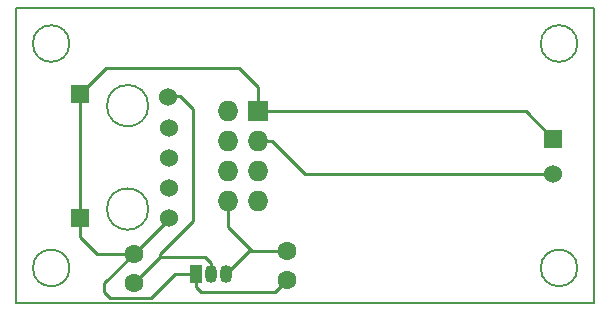
<source format=gbr>
%TF.GenerationSoftware,KiCad,Pcbnew,6.0.11-2627ca5db0~126~ubuntu20.04.1*%
%TF.CreationDate,2024-02-27T12:59:36-06:00*%
%TF.ProjectId,WaterFlowCounter,57617465-7246-46c6-9f77-436f756e7465,rev?*%
%TF.SameCoordinates,Original*%
%TF.FileFunction,Copper,L2,Bot*%
%TF.FilePolarity,Positive*%
%FSLAX46Y46*%
G04 Gerber Fmt 4.6, Leading zero omitted, Abs format (unit mm)*
G04 Created by KiCad (PCBNEW 6.0.11-2627ca5db0~126~ubuntu20.04.1) date 2024-02-27 12:59:36*
%MOMM*%
%LPD*%
G01*
G04 APERTURE LIST*
%TA.AperFunction,Profile*%
%ADD10C,0.200000*%
%TD*%
%TA.AperFunction,ComponentPad*%
%ADD11C,1.600000*%
%TD*%
%TA.AperFunction,ComponentPad*%
%ADD12R,1.727200X1.727200*%
%TD*%
%TA.AperFunction,ComponentPad*%
%ADD13O,1.727200X1.727200*%
%TD*%
%TA.AperFunction,ComponentPad*%
%ADD14R,1.524000X1.524000*%
%TD*%
%TA.AperFunction,ComponentPad*%
%ADD15C,1.524000*%
%TD*%
%TA.AperFunction,ComponentPad*%
%ADD16R,1.050000X1.500000*%
%TD*%
%TA.AperFunction,ComponentPad*%
%ADD17O,1.050000X1.500000*%
%TD*%
%TA.AperFunction,Conductor*%
%ADD18C,0.250000*%
%TD*%
G04 APERTURE END LIST*
D10*
X172550000Y-103000000D02*
G75*
G03*
X172550000Y-103000000I-1550000J0D01*
G01*
X125000000Y-100000000D02*
X174000000Y-100000000D01*
X174000000Y-100000000D02*
X174000000Y-125000000D01*
X174000000Y-125000000D02*
X125000000Y-125000000D01*
X125000000Y-125000000D02*
X125000000Y-100000000D01*
X129550000Y-122000000D02*
G75*
G03*
X129550000Y-122000000I-1550000J0D01*
G01*
X172550000Y-122000000D02*
G75*
G03*
X172550000Y-122000000I-1550000J0D01*
G01*
X129550000Y-103000000D02*
G75*
G03*
X129550000Y-103000000I-1550000J0D01*
G01*
%TO.C,J1*%
X136222600Y-117011600D02*
G75*
G03*
X136222600Y-117011600I-1750000J0D01*
G01*
X136222600Y-108261600D02*
G75*
G03*
X136222600Y-108261600I-1750000J0D01*
G01*
%TD*%
D11*
%TO.P,C2,1*%
%TO.N,Net-(U1-Pad8)*%
X147992400Y-120547600D03*
%TO.P,C2,2*%
%TO.N,Earth*%
X147992400Y-123047600D03*
%TD*%
%TO.P,C1,1*%
%TO.N,Net-(U2-Pad2)*%
X134992400Y-123297600D03*
%TO.P,C1,2*%
%TO.N,Earth*%
X134992400Y-120797600D03*
%TD*%
D12*
%TO.P,U1,1,GND*%
%TO.N,Earth*%
X145491400Y-108737600D03*
D13*
%TO.P,U1,2,U0TXD/GPIO1*%
%TO.N,unconnected-(U1-Pad2)*%
X142951400Y-108737600D03*
%TO.P,U1,3,U1TXD/GPIO2*%
%TO.N,Net-(J2-Pad2)*%
X145491400Y-111277600D03*
%TO.P,U1,4,CH_EN/CH_PD*%
%TO.N,unconnected-(U1-Pad4)*%
X142951400Y-111277600D03*
%TO.P,U1,5,GPIO0*%
%TO.N,unconnected-(U1-Pad5)*%
X145491400Y-113817600D03*
%TO.P,U1,6,RST*%
%TO.N,unconnected-(U1-Pad6)*%
X142951400Y-113817600D03*
%TO.P,U1,7,GPIO3/U0RXD*%
%TO.N,unconnected-(U1-Pad7)*%
X145491400Y-116357600D03*
%TO.P,U1,8,VCC*%
%TO.N,Net-(U1-Pad8)*%
X142951400Y-116357600D03*
%TD*%
D14*
%TO.P,J2,1,Pin_1*%
%TO.N,Earth*%
X170492400Y-111047600D03*
D15*
%TO.P,J2,2,Pin_2*%
%TO.N,Net-(J2-Pad2)*%
X170492400Y-114047600D03*
%TD*%
D16*
%TO.P,U2,1,GND*%
%TO.N,Earth*%
X140222400Y-122547600D03*
D17*
%TO.P,U2,2,VI*%
%TO.N,Net-(U2-Pad2)*%
X141492400Y-122547600D03*
%TO.P,U2,3,VO*%
%TO.N,Net-(U1-Pad8)*%
X142762400Y-122547600D03*
%TD*%
D15*
%TO.P,J1,1,VBUS*%
%TO.N,Net-(U2-Pad2)*%
X137919200Y-107522800D03*
%TO.P,J1,2,D-*%
%TO.N,unconnected-(J1-Pad2)*%
X137944600Y-110113600D03*
%TO.P,J1,3,D+*%
%TO.N,unconnected-(J1-Pad3)*%
X137944600Y-112681600D03*
%TO.P,J1,4,ID*%
%TO.N,unconnected-(J1-Pad4)*%
X137944600Y-115193600D03*
%TO.P,J1,5,GND*%
%TO.N,Earth*%
X137972600Y-117761600D03*
D14*
%TO.P,J1,6,Shield*%
X130472600Y-117761600D03*
%TO.P,J1,7,Shield*%
X130472600Y-107261600D03*
%TD*%
D18*
%TO.N,Earth*%
X147992400Y-123047600D02*
X146992400Y-124047600D01*
X146992400Y-124047600D02*
X140680800Y-124047600D01*
X140680800Y-124047600D02*
X140222400Y-123589200D01*
X140222400Y-123589200D02*
X140222400Y-122547600D01*
X134992400Y-120797600D02*
X131893000Y-120797600D01*
X131893000Y-120797600D02*
X130472600Y-119377200D01*
X130472600Y-119377200D02*
X130472600Y-117761600D01*
X130472600Y-107261600D02*
X130472600Y-117761600D01*
X132625600Y-105108600D02*
X143940800Y-105108600D01*
X143940800Y-105108600D02*
X145491400Y-106659200D01*
X130472600Y-107261600D02*
X132625600Y-105108600D01*
X145491400Y-106659200D02*
X145491400Y-108737600D01*
%TO.N,Net-(U2-Pad2)*%
X139992400Y-118047600D02*
X139992400Y-108547600D01*
X137242400Y-121047600D02*
X137242400Y-120797600D01*
X138913600Y-107468800D02*
X137739000Y-107468800D01*
X137242400Y-120797600D02*
X139992400Y-118047600D01*
X139992400Y-108547600D02*
X138913600Y-107468800D01*
%TO.N,Earth*%
X134992400Y-120797600D02*
X137792400Y-117997600D01*
X137792400Y-117997600D02*
X137792400Y-117707600D01*
X140222400Y-122547600D02*
X138492400Y-122547600D01*
X138492400Y-122547600D02*
X136492400Y-124547600D01*
X136492400Y-124547600D02*
X132992400Y-124547600D01*
X132992400Y-124547600D02*
X132492400Y-124047600D01*
X132492400Y-124047600D02*
X132492400Y-123297600D01*
X132492400Y-123297600D02*
X134992400Y-120797600D01*
%TO.N,Net-(U2-Pad2)*%
X137242400Y-121047600D02*
X140992400Y-121047600D01*
X134992400Y-123297600D02*
X137242400Y-121047600D01*
X140992400Y-121047600D02*
X141492400Y-121547600D01*
X141492400Y-121547600D02*
X141492400Y-122547600D01*
%TO.N,Net-(U1-Pad8)*%
X147992400Y-120547600D02*
X144762400Y-120547600D01*
X144762400Y-120547600D02*
X142762400Y-122547600D01*
X147992400Y-120547600D02*
X144992400Y-120547600D01*
X144992400Y-120547600D02*
X142951400Y-118506600D01*
X142951400Y-118506600D02*
X142951400Y-116357600D01*
%TO.N,Earth*%
X168182400Y-108737600D02*
X170492400Y-111047600D01*
X145491400Y-108737600D02*
X168182400Y-108737600D01*
%TO.N,Net-(J2-Pad2)*%
X149492400Y-114047600D02*
X170492400Y-114047600D01*
X146722400Y-111277600D02*
X149492400Y-114047600D01*
X145491400Y-111277600D02*
X146722400Y-111277600D01*
%TD*%
M02*

</source>
